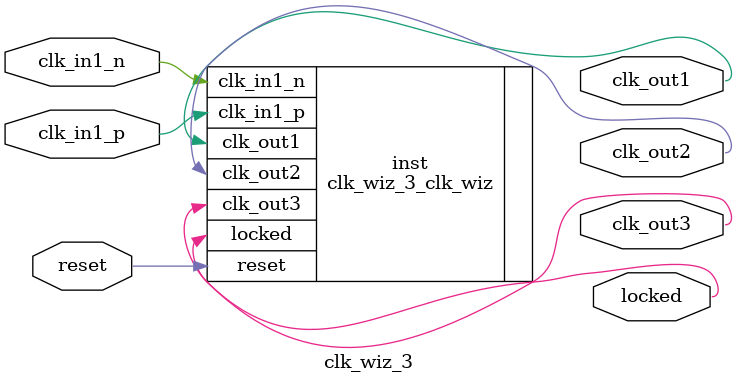
<source format=v>


`timescale 1ps/1ps

(* CORE_GENERATION_INFO = "clk_wiz_3,clk_wiz_v5_4_3_0,{component_name=clk_wiz_3,use_phase_alignment=true,use_min_o_jitter=true,use_max_i_jitter=false,use_dyn_phase_shift=false,use_inclk_switchover=false,use_dyn_reconfig=false,enable_axi=0,feedback_source=FDBK_AUTO,PRIMITIVE=MMCM,num_out_clk=3,clkin1_period=5.000,clkin2_period=10.000,use_power_down=false,use_reset=true,use_locked=true,use_inclk_stopped=false,feedback_type=SINGLE,CLOCK_MGR_TYPE=NA,manual_override=true}" *)

module clk_wiz_3 
 (
  // Clock out ports
  output        clk_out1,
  output        clk_out2,
  output        clk_out3,
  // Status and control signals
  input         reset,
  output        locked,
 // Clock in ports
  input         clk_in1_p,
  input         clk_in1_n
 );

  clk_wiz_3_clk_wiz inst
  (
  // Clock out ports  
  .clk_out1(clk_out1),
  .clk_out2(clk_out2),
  .clk_out3(clk_out3),
  // Status and control signals               
  .reset(reset), 
  .locked(locked),
 // Clock in ports
  .clk_in1_p(clk_in1_p),
  .clk_in1_n(clk_in1_n)
  );

endmodule

</source>
